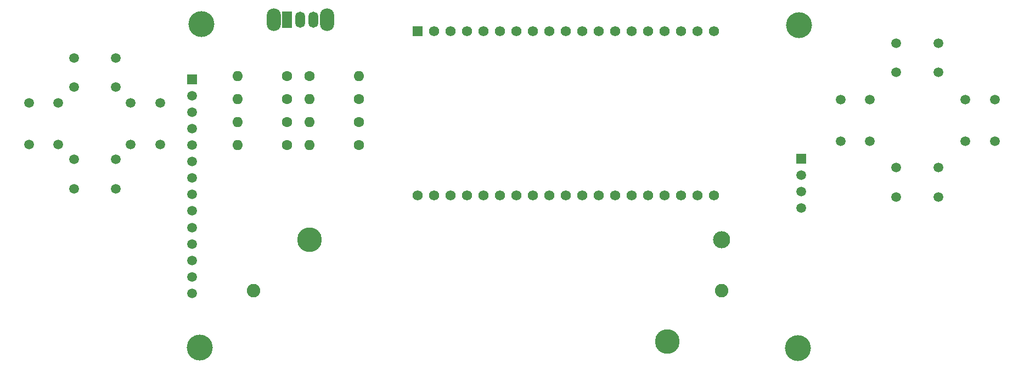
<source format=gbs>
G04 #@! TF.GenerationSoftware,KiCad,Pcbnew,(5.1.9-0-10_14)*
G04 #@! TF.CreationDate,2023-01-27T17:44:20+01:00*
G04 #@! TF.ProjectId,spelkonsoll,7370656c-6b6f-46e7-936f-6c6c2e6b6963,rev?*
G04 #@! TF.SameCoordinates,Original*
G04 #@! TF.FileFunction,Soldermask,Bot*
G04 #@! TF.FilePolarity,Negative*
%FSLAX46Y46*%
G04 Gerber Fmt 4.6, Leading zero omitted, Abs format (unit mm)*
G04 Created by KiCad (PCBNEW (5.1.9-0-10_14)) date 2023-01-27 17:44:20*
%MOMM*%
%LPD*%
G01*
G04 APERTURE LIST*
%ADD10C,3.810000*%
%ADD11C,2.641600*%
%ADD12C,2.082800*%
%ADD13C,1.507998*%
%ADD14O,1.600000X1.600000*%
%ADD15C,1.600000*%
%ADD16C,1.560000*%
%ADD17R,1.560000X1.560000*%
%ADD18C,1.500000*%
%ADD19C,4.000000*%
%ADD20R,1.500000X1.500000*%
%ADD21R,1.500000X2.500000*%
%ADD22O,1.500000X2.500000*%
%ADD23O,2.200000X3.500000*%
G04 APERTURE END LIST*
D10*
X116205000Y-105918000D03*
D11*
X179832000Y-105918000D03*
D10*
X171450000Y-121666000D03*
D12*
X179832000Y-113792000D03*
X107569000Y-113792000D03*
D13*
X79859998Y-82296000D03*
X79859998Y-77795999D03*
X86360000Y-77795999D03*
X86360000Y-82296000D03*
X86360000Y-93472000D03*
X86360000Y-97972001D03*
X79859998Y-97972001D03*
X79859998Y-93472000D03*
X77470000Y-91186000D03*
X72969999Y-91186000D03*
X72969999Y-84685998D03*
X77470000Y-84685998D03*
X88646000Y-84685998D03*
X93146001Y-84685998D03*
X93146001Y-91186000D03*
X88646000Y-91186000D03*
X217424000Y-84177998D03*
X221924001Y-84177998D03*
X221924001Y-90678000D03*
X217424000Y-90678000D03*
X206756000Y-99242001D03*
X206756000Y-94742000D03*
X213256002Y-94742000D03*
X213256002Y-99242001D03*
X202692000Y-90678000D03*
X198191999Y-90678000D03*
X198191999Y-84177998D03*
X202692000Y-84177998D03*
X206756000Y-80010000D03*
X206756000Y-75509999D03*
X213256002Y-75509999D03*
X213256002Y-80010000D03*
D14*
X105148380Y-91224100D03*
D15*
X112768380Y-91224100D03*
D14*
X105148380Y-87668100D03*
D15*
X112768380Y-87668100D03*
D14*
X105156000Y-84099400D03*
D15*
X112776000Y-84099400D03*
D14*
X105156000Y-80543400D03*
D15*
X112776000Y-80543400D03*
D14*
X116217700Y-91211400D03*
D15*
X123837700Y-91211400D03*
D14*
X116217700Y-87655400D03*
D15*
X123837700Y-87655400D03*
D14*
X116217700Y-84099400D03*
D15*
X123837700Y-84099400D03*
D14*
X123825000Y-80543400D03*
D15*
X116205000Y-80543400D03*
D16*
X178615200Y-99009200D03*
X176075200Y-99009200D03*
X173535200Y-99009200D03*
X170995200Y-99009200D03*
X168455200Y-99009200D03*
X165915200Y-99009200D03*
X163375200Y-99009200D03*
X160835200Y-99009200D03*
X158295200Y-99009200D03*
X155755200Y-99009200D03*
X153215200Y-99009200D03*
X150675200Y-99009200D03*
X148135200Y-99009200D03*
X145595200Y-99009200D03*
X143055200Y-99009200D03*
X140515200Y-99009200D03*
X137975200Y-99009200D03*
X135435200Y-99009200D03*
X132895200Y-99009200D03*
X176075200Y-73609200D03*
X173535200Y-73609200D03*
X170995200Y-73609200D03*
X168455200Y-73609200D03*
X165915200Y-73609200D03*
X163375200Y-73609200D03*
X160835200Y-73609200D03*
X158295200Y-73609200D03*
X155755200Y-73609200D03*
X153215200Y-73609200D03*
X150675200Y-73609200D03*
X148135200Y-73609200D03*
X145595200Y-73609200D03*
X143055200Y-73609200D03*
X140515200Y-73609200D03*
X137975200Y-73609200D03*
X178615200Y-73609200D03*
X135435200Y-73609200D03*
D17*
X132895200Y-73609200D03*
D18*
X98068000Y-114205000D03*
X98068000Y-111665000D03*
X98068000Y-109125000D03*
X98068000Y-106585000D03*
X98068000Y-104045000D03*
D19*
X99268000Y-122567000D03*
X191568000Y-122667000D03*
X191768000Y-72667000D03*
X99568000Y-72517000D03*
D18*
X192075620Y-100953080D03*
X192075620Y-98413080D03*
X192075620Y-95873080D03*
D20*
X192075620Y-93333080D03*
D18*
X98068000Y-101427000D03*
X98068000Y-98887000D03*
X98068000Y-96347000D03*
X98068000Y-93807000D03*
X98068000Y-91267000D03*
X98068000Y-88727000D03*
X98068000Y-86187000D03*
X98068000Y-83647000D03*
D20*
X98068000Y-81107000D03*
D21*
X112776000Y-71882000D03*
D22*
X114776000Y-71882000D03*
X116776000Y-71882000D03*
D23*
X110676000Y-71882000D03*
X118876000Y-71882000D03*
M02*

</source>
